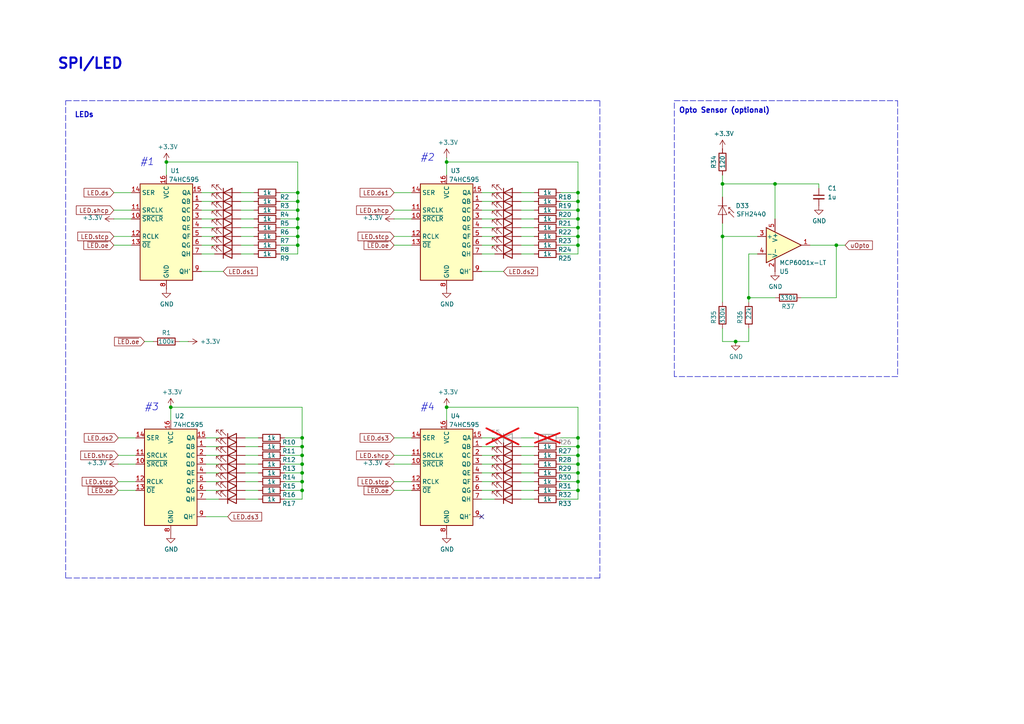
<source format=kicad_sch>
(kicad_sch (version 20250114) (generator "eeschema") (generator_version "9.0")
  (paper "A4")
  (title_block (title "LED base: Roco #44741") (date "2025-10-19") (rev "1") (company "Frank Schumacher") (comment 1 "D99a") (comment 2 "Prototype"))
  (lib_symbols
    (symbol "74xx:74HC595"
      (property "Reference" "U" (at -7.62 13.97 0))
      (property "Value" "74HC595" (at -7.62 -16.51 0))
      (symbol "74HC595_1_0"
        (pin input line (at -10.16 10.16 0) (length 2.54) (name "SER") (number "14"))
        (pin input line (at -10.16 5.08 0) (length 2.54) (name "SRCLK") (number "11"))
        (pin input line (at -10.16 2.54 0) (length 2.54) (name "~{SRCLR}") (number "10"))
        (pin input line (at -10.16 -2.54 0) (length 2.54) (name "RCLK") (number "12"))
        (pin input line (at -10.16 -5.08 0) (length 2.54) (name "~{OE}") (number "13"))
        (pin power_in line (at 0 15.24 270) (length 2.54) (name "VCC") (number "16"))
        (pin power_in line (at 0 -17.78 90) (length 2.54) (name "GND") (number "8"))
        (pin tri_state line (at 10.16 10.16 180) (length 2.54) (name "QA") (number "15"))
        (pin tri_state line (at 10.16 7.62 180) (length 2.54) (name "QB") (number "1"))
        (pin tri_state line (at 10.16 5.08 180) (length 2.54) (name "QC") (number "2"))
        (pin tri_state line (at 10.16 2.54 180) (length 2.54) (name "QD") (number "3"))
        (pin tri_state line (at 10.16 0 180) (length 2.54) (name "QE") (number "4"))
        (pin tri_state line (at 10.16 -2.54 180) (length 2.54) (name "QF") (number "5"))
        (pin tri_state line (at 10.16 -5.08 180) (length 2.54) (name "QG") (number "6"))
        (pin tri_state line (at 10.16 -7.62 180) (length 2.54) (name "QH") (number "7"))
        (pin output line (at 10.16 -12.7 180) (length 2.54) (name "QH'") (number "9"))
      )
      (symbol "74HC595_1_1"
        (rectangle (start -7.62 12.7) (end 7.62 -15.24) (stroke (width 0.254)) (fill (type background)))
      )
    )
    (symbol "Amplifier_Operational:MCP6001x-LT" (pin_names (offset 0.127))
      (property "Reference" "U" (at -1.27 6.35 0))
      (property "Value" "MCP6001x-LT" (at -1.27 3.81 0))
      (symbol "MCP6001x-LT_0_1"
        (polyline (pts (xy -5.08 5.08) (xy 5.08 0) (xy -5.08 -5.08) (xy -5.08 5.08)) (stroke (width 0.254)) (fill (type background)))
        (pin power_in line (at -2.54 7.62 270) (length 3.81) (name "V+") (number "5"))
        (pin power_in line (at -2.54 -7.62 90) (length 3.81) (name "V-") (number "2"))
      )
      (symbol "MCP6001x-LT_1_1"
        (pin input line (at -7.62 2.54 0) (length 2.54) (name "+") (number "3"))
        (pin input line (at -7.62 -2.54 0) (length 2.54) (name "-") (number "4"))
        (pin output line (at 7.62 0 180) (length 2.54) (name "~") (number "1"))
      )
    )
    (symbol "Device:C_Small" (pin_numbers (hide yes)) (pin_names (offset 0.254) (hide yes))
      (property "Reference" "C" (at 0.254 1.778 0))
      (property "Value" "C_Small" (at 0.254 -2.032 0))
      (symbol "C_Small_0_1"
        (polyline (pts (xy -1.524 0.508) (xy 1.524 0.508)) (stroke (width 0.3048)))
        (polyline (pts (xy -1.524 -0.508) (xy 1.524 -0.508)) (stroke (width 0.3302)))
      )
      (symbol "C_Small_1_1"
        (pin passive line (at 0 2.54 270) (length 2.032) (name "~") (number "1"))
        (pin passive line (at 0 -2.54 90) (length 2.032) (name "~") (number "2"))
      )
    )
    (symbol "Device:LED" (pin_numbers (hide yes)) (pin_names (offset 1.016) (hide yes))
      (property "Reference" "D" (at 0 2.54 0))
      (property "Value" "LED" (at 0 -2.54 0))
      (symbol "LED_0_1"
        (polyline (pts (xy -3.048 -0.762) (xy -4.572 -2.286) (xy -3.81 -2.286) (xy -4.572 -2.286) (xy -4.572 -1.524)))
        (polyline (pts (xy -1.778 -0.762) (xy -3.302 -2.286) (xy -2.54 -2.286) (xy -3.302 -2.286) (xy -3.302 -1.524)))
        (polyline (pts (xy -1.27 0) (xy 1.27 0)))
        (polyline (pts (xy -1.27 -1.27) (xy -1.27 1.27)) (stroke (width 0.254)))
        (polyline (pts (xy 1.27 -1.27) (xy 1.27 1.27) (xy -1.27 0) (xy 1.27 -1.27)) (stroke (width 0.254)))
      )
      (symbol "LED_1_1"
        (pin passive line (at -3.81 0 0) (length 2.54) (name "K") (number "1"))
        (pin passive line (at 3.81 0 180) (length 2.54) (name "A") (number "2"))
      )
    )
    (symbol "Device:R" (pin_numbers (hide yes)) (pin_names (offset 0))
      (property "Reference" "R" (at 2.032 0 90))
      (property "Value" "R" (at 0 0 90))
      (symbol "R_0_1"
        (rectangle (start -1.016 -2.54) (end 1.016 2.54) (stroke (width 0.254)))
      )
      (symbol "R_1_1"
        (pin passive line (at 0 3.81 270) (length 1.27) (name "~") (number "1"))
        (pin passive line (at 0 -3.81 90) (length 1.27) (name "~") (number "2"))
      )
    )
    (symbol "Sensor_Optical:SFH2440" (pin_numbers (hide yes)) (pin_names (offset 1.016) (hide yes))
      (property "Reference" "D" (at 0.508 1.778 0))
      (property "Value" "SFH2440" (at -1.016 -2.794 0))
      (symbol "SFH2440_0_1"
        (polyline (pts (xy -2.54 1.27) (xy -2.54 -1.27)) (stroke (width 0.1524)))
        (polyline (pts (xy -2.032 1.778) (xy -1.524 1.778)))
        (polyline (pts (xy -0.508 3.302) (xy -2.032 1.778) (xy -2.032 2.286)))
        (polyline (pts (xy 0 1.27) (xy -2.54 0) (xy 0 -1.27)))
        (polyline (pts (xy 0 0) (xy -2.54 0)))
        (polyline (pts (xy 0 -1.27) (xy 0 1.27)))
        (polyline (pts (xy 0.762 3.302) (xy -0.762 1.778) (xy -0.762 2.286) (xy -0.762 1.778) (xy -0.254 1.778)))
      )
      (symbol "SFH2440_1_1"
        (pin passive line (at -5.08 0 0) (length 2.54) (name "K") (number "1"))
        (pin passive line (at 2.54 0 180) (length 2.54) (name "A") (number "2"))
      )
    )
    (symbol "power:+3.3V" (power) (pin_numbers (hide yes)) (pin_names (offset 0) (hide yes))
      (property "Value" "+3.3V" (at 0 3.556 0))
      (symbol "+3.3V_0_1"
        (polyline (pts (xy -0.762 1.27) (xy 0 2.54)))
        (polyline (pts (xy 0 2.54) (xy 0.762 1.27)))
        (polyline (pts (xy 0 0) (xy 0 2.54)))
      )
      (symbol "+3.3V_1_1"
        (pin power_in line (at 0 0 90) (length 0) (name "~") (number "1"))
      )
    )
    (symbol "power:GND" (power) (pin_numbers (hide yes)) (pin_names (offset 0) (hide yes))
      (property "Value" "GND" (at 0 -3.81 0))
      (symbol "GND_0_1"
        (polyline (pts (xy 0 0) (xy 0 -1.27) (xy 1.27 -1.27) (xy 0 -2.54) (xy -1.27 -1.27) (xy 0 -1.27)))
      )
      (symbol "GND_1_1"
        (pin power_in line (at 0 0 270) (length 0) (name "~") (number "1"))
      )
    )
  )
  (text "#2" (at 121.92 46.99 0) (effects (font (size 2.0066 2.0066) (italic yes)) (justify left bottom)))
  (text "LEDs" (at 21.59 34.29 0) (effects (font (size 1.4986 1.4986) (thickness 0.2997) (bold yes)) (justify left bottom)))
  (text "#4" (at 121.92 119.38 0) (effects (font (size 2.0066 2.0066) (italic yes)) (justify left bottom)))
  (text "Opto Sensor (optional)" (at 196.85 33.02 0) (effects (font (size 1.4986 1.4986) (thickness 0.2997) (bold yes)) (justify left bottom)))
  (text "#1" (at 40.64 48.26 0) (effects (font (size 2.0066 2.0066) (italic yes)) (justify left bottom)))
  (text "#3" (at 41.91 119.38 0) (effects (font (size 2.0066 2.0066) (italic yes)) (justify left bottom)))
  (text "SPI/LED" (at 16.51 20.32 0) (effects (font (size 2.9972 2.9972) (thickness 0.5994) (bold yes)) (justify left bottom)))
  (junction (at 129.54 46.99))
  (junction (at 87.63 129.54))
  (junction (at 167.64 66.04))
  (junction (at 48.26 46.99))
  (junction (at 167.64 55.88))
  (junction (at 167.64 129.54))
  (junction (at 209.55 53.34))
  (junction (at 167.64 71.12))
  (junction (at 87.63 134.62))
  (junction (at 167.64 58.42))
  (junction (at 167.64 134.62))
  (junction (at 242.57 71.12))
  (junction (at 167.64 132.08))
  (junction (at 167.64 139.7))
  (junction (at 213.36 99.06))
  (junction (at 167.64 60.96))
  (junction (at 86.36 60.96))
  (junction (at 167.64 137.16))
  (junction (at 86.36 68.58))
  (junction (at 87.63 139.7))
  (junction (at 87.63 137.16))
  (junction (at 87.63 127))
  (junction (at 217.17 86.36))
  (junction (at 86.36 66.04))
  (junction (at 167.64 63.5))
  (junction (at 86.36 55.88))
  (junction (at 167.64 142.24))
  (junction (at 167.64 127))
  (junction (at 167.64 68.58))
  (junction (at 224.79 53.34))
  (junction (at 49.53 118.11))
  (junction (at 87.63 142.24))
  (junction (at 87.63 132.08))
  (junction (at 86.36 58.42))
  (junction (at 86.36 71.12))
  (junction (at 209.55 68.58))
  (junction (at 129.54 118.11))
  (junction (at 86.36 63.5))
  (no_connect (at 139.7 149.86))
  (wire (pts (xy 139.7 142.24) (xy 143.51 142.24)))
  (wire (pts (xy 59.69 149.86) (xy 66.04 149.86)))
  (wire (pts (xy 58.42 58.42) (xy 62.23 58.42)))
  (wire (pts (xy 59.69 137.16) (xy 63.5 137.16)))
  (wire (pts (xy 86.36 46.99) (xy 86.36 55.88)))
  (wire (pts (xy 34.29 127) (xy 39.37 127)))
  (wire (pts (xy 151.13 137.16) (xy 154.94 137.16)))
  (wire (pts (xy 162.56 127) (xy 167.64 127)))
  (wire (pts (xy 82.55 142.24) (xy 87.63 142.24)))
  (wire (pts (xy 58.42 78.74) (xy 64.77 78.74)))
  (wire (pts (xy 59.69 129.54) (xy 63.5 129.54)))
  (polyline (pts (xy 195.58 29.21) (xy 260.35 29.21)) (stroke (width 0) (type dash)))
  (wire (pts (xy 213.36 99.06) (xy 217.17 99.06)))
  (wire (pts (xy 69.85 63.5) (xy 73.66 63.5)))
  (wire (pts (xy 162.56 73.66) (xy 167.64 73.66)))
  (wire (pts (xy 87.63 139.7) (xy 87.63 142.24)))
  (wire (pts (xy 87.63 132.08) (xy 87.63 134.62)))
  (wire (pts (xy 114.3 68.58) (xy 119.38 68.58)))
  (wire (pts (xy 81.28 68.58) (xy 86.36 68.58)))
  (wire (pts (xy 69.85 73.66) (xy 73.66 73.66)))
  (wire (pts (xy 41.91 99.06) (xy 44.45 99.06)))
  (wire (pts (xy 82.55 144.78) (xy 87.63 144.78)))
  (wire (pts (xy 162.56 132.08) (xy 167.64 132.08)))
  (wire (pts (xy 86.36 63.5) (xy 86.36 66.04)))
  (wire (pts (xy 151.13 132.08) (xy 154.94 132.08)))
  (wire (pts (xy 162.56 129.54) (xy 167.64 129.54)))
  (wire (pts (xy 69.85 68.58) (xy 73.66 68.58)))
  (wire (pts (xy 81.28 60.96) (xy 86.36 60.96)))
  (wire (pts (xy 33.02 68.58) (xy 38.1 68.58)))
  (wire (pts (xy 34.29 142.24) (xy 39.37 142.24)))
  (wire (pts (xy 242.57 71.12) (xy 245.11 71.12)))
  (wire (pts (xy 49.53 118.11) (xy 87.63 118.11)))
  (wire (pts (xy 139.7 134.62) (xy 143.51 134.62)))
  (wire (pts (xy 139.7 63.5) (xy 143.51 63.5)))
  (wire (pts (xy 59.69 132.08) (xy 63.5 132.08)))
  (wire (pts (xy 162.56 60.96) (xy 167.64 60.96)))
  (wire (pts (xy 82.55 127) (xy 87.63 127)))
  (wire (pts (xy 71.12 142.24) (xy 74.93 142.24)))
  (wire (pts (xy 82.55 139.7) (xy 87.63 139.7)))
  (polyline (pts (xy 19.05 167.64) (xy 19.05 29.21)) (stroke (width 0) (type dash)))
  (wire (pts (xy 69.85 55.88) (xy 73.66 55.88)))
  (wire (pts (xy 86.36 55.88) (xy 86.36 58.42)))
  (wire (pts (xy 81.28 55.88) (xy 86.36 55.88)))
  (wire (pts (xy 33.02 60.96) (xy 38.1 60.96)))
  (wire (pts (xy 219.71 68.58) (xy 209.55 68.58)))
  (wire (pts (xy 151.13 55.88) (xy 154.94 55.88)))
  (polyline (pts (xy 19.05 29.21) (xy 173.99 29.21)) (stroke (width 0) (type dash)))
  (wire (pts (xy 162.56 139.7) (xy 167.64 139.7)))
  (wire (pts (xy 69.85 66.04) (xy 73.66 66.04)))
  (wire (pts (xy 139.7 66.04) (xy 143.51 66.04)))
  (wire (pts (xy 217.17 86.36) (xy 224.79 86.36)))
  (wire (pts (xy 151.13 68.58) (xy 154.94 68.58)))
  (wire (pts (xy 167.64 118.11) (xy 167.64 127)))
  (wire (pts (xy 217.17 73.66) (xy 217.17 86.36)))
  (wire (pts (xy 87.63 137.16) (xy 87.63 139.7)))
  (wire (pts (xy 209.55 68.58) (xy 209.55 64.77)))
  (wire (pts (xy 81.28 73.66) (xy 86.36 73.66)))
  (wire (pts (xy 69.85 60.96) (xy 73.66 60.96)))
  (wire (pts (xy 82.55 134.62) (xy 87.63 134.62)))
  (wire (pts (xy 242.57 86.36) (xy 242.57 71.12)))
  (wire (pts (xy 59.69 127) (xy 63.5 127)))
  (wire (pts (xy 58.42 73.66) (xy 62.23 73.66)))
  (wire (pts (xy 58.42 55.88) (xy 62.23 55.88)))
  (wire (pts (xy 82.55 137.16) (xy 87.63 137.16)))
  (wire (pts (xy 58.42 60.96) (xy 62.23 60.96)))
  (wire (pts (xy 167.64 66.04) (xy 167.64 68.58)))
  (wire (pts (xy 167.64 55.88) (xy 167.64 58.42)))
  (wire (pts (xy 162.56 142.24) (xy 167.64 142.24)))
  (wire (pts (xy 139.7 127) (xy 143.51 127)))
  (wire (pts (xy 71.12 139.7) (xy 74.93 139.7)))
  (wire (pts (xy 139.7 68.58) (xy 143.51 68.58)))
  (wire (pts (xy 87.63 118.11) (xy 87.63 127)))
  (wire (pts (xy 129.54 46.99) (xy 129.54 45.72)))
  (wire (pts (xy 167.64 46.99) (xy 167.64 55.88)))
  (wire (pts (xy 167.64 137.16) (xy 167.64 139.7)))
  (wire (pts (xy 59.69 144.78) (xy 63.5 144.78)))
  (wire (pts (xy 151.13 73.66) (xy 154.94 73.66)))
  (wire (pts (xy 114.3 71.12) (xy 119.38 71.12)))
  (wire (pts (xy 86.36 73.66) (xy 86.36 71.12)))
  (wire (pts (xy 114.3 139.7) (xy 119.38 139.7)))
  (wire (pts (xy 167.64 58.42) (xy 167.64 60.96)))
  (wire (pts (xy 129.54 46.99) (xy 167.64 46.99)))
  (wire (pts (xy 87.63 142.24) (xy 87.63 144.78)))
  (wire (pts (xy 162.56 63.5) (xy 167.64 63.5)))
  (wire (pts (xy 151.13 58.42) (xy 154.94 58.42)))
  (wire (pts (xy 114.3 127) (xy 119.38 127)))
  (wire (pts (xy 162.56 137.16) (xy 167.64 137.16)))
  (wire (pts (xy 58.42 68.58) (xy 62.23 68.58)))
  (wire (pts (xy 139.7 132.08) (xy 143.51 132.08)))
  (wire (pts (xy 151.13 60.96) (xy 154.94 60.96)))
  (wire (pts (xy 81.28 66.04) (xy 86.36 66.04)))
  (wire (pts (xy 167.64 68.58) (xy 167.64 71.12)))
  (wire (pts (xy 87.63 134.62) (xy 87.63 137.16)))
  (wire (pts (xy 151.13 66.04) (xy 154.94 66.04)))
  (wire (pts (xy 114.3 63.5) (xy 119.38 63.5)))
  (polyline (pts (xy 195.58 109.22) (xy 195.58 29.21)) (stroke (width 0) (type dash)))
  (wire (pts (xy 86.36 60.96) (xy 86.36 63.5)))
  (wire (pts (xy 151.13 142.24) (xy 154.94 142.24)))
  (wire (pts (xy 69.85 58.42) (xy 73.66 58.42)))
  (wire (pts (xy 209.55 53.34) (xy 209.55 57.15)))
  (wire (pts (xy 86.36 66.04) (xy 86.36 68.58)))
  (wire (pts (xy 87.63 129.54) (xy 87.63 132.08)))
  (wire (pts (xy 224.79 53.34) (xy 237.49 53.34)))
  (wire (pts (xy 114.3 132.08) (xy 119.38 132.08)))
  (wire (pts (xy 219.71 73.66) (xy 217.17 73.66)))
  (wire (pts (xy 209.55 99.06) (xy 213.36 99.06)))
  (wire (pts (xy 167.64 127) (xy 167.64 129.54)))
  (wire (pts (xy 209.55 95.25) (xy 209.55 99.06)))
  (wire (pts (xy 162.56 68.58) (xy 167.64 68.58)))
  (wire (pts (xy 167.64 134.62) (xy 167.64 137.16)))
  (wire (pts (xy 86.36 68.58) (xy 86.36 71.12)))
  (wire (pts (xy 151.13 134.62) (xy 154.94 134.62)))
  (wire (pts (xy 167.64 63.5) (xy 167.64 66.04)))
  (wire (pts (xy 162.56 134.62) (xy 167.64 134.62)))
  (wire (pts (xy 217.17 99.06) (xy 217.17 95.25)))
  (wire (pts (xy 81.28 58.42) (xy 86.36 58.42)))
  (wire (pts (xy 58.42 63.5) (xy 62.23 63.5)))
  (wire (pts (xy 167.64 132.08) (xy 167.64 134.62)))
  (polyline (pts (xy 173.99 167.64) (xy 19.05 167.64)) (stroke (width 0) (type dash)))
  (wire (pts (xy 81.28 63.5) (xy 86.36 63.5)))
  (wire (pts (xy 143.51 137.16) (xy 139.7 137.16)))
  (polyline (pts (xy 260.35 29.21) (xy 260.35 109.22)) (stroke (width 0) (type dash)))
  (wire (pts (xy 209.55 50.8) (xy 209.55 53.34)))
  (wire (pts (xy 167.64 139.7) (xy 167.64 142.24)))
  (wire (pts (xy 82.55 132.08) (xy 87.63 132.08)))
  (wire (pts (xy 49.53 121.92) (xy 49.53 118.11)))
  (wire (pts (xy 139.7 73.66) (xy 143.51 73.66)))
  (wire (pts (xy 151.13 71.12) (xy 154.94 71.12)))
  (wire (pts (xy 87.63 127) (xy 87.63 129.54)))
  (wire (pts (xy 151.13 144.78) (xy 154.94 144.78)))
  (wire (pts (xy 162.56 55.88) (xy 167.64 55.88)))
  (wire (pts (xy 34.29 132.08) (xy 39.37 132.08)))
  (wire (pts (xy 139.7 139.7) (xy 143.51 139.7)))
  (wire (pts (xy 139.7 58.42) (xy 143.51 58.42)))
  (wire (pts (xy 151.13 127) (xy 154.94 127)))
  (wire (pts (xy 58.42 66.04) (xy 62.23 66.04)))
  (wire (pts (xy 71.12 144.78) (xy 74.93 144.78)))
  (wire (pts (xy 71.12 132.08) (xy 74.93 132.08)))
  (wire (pts (xy 59.69 142.24) (xy 63.5 142.24)))
  (wire (pts (xy 71.12 129.54) (xy 74.93 129.54)))
  (wire (pts (xy 151.13 129.54) (xy 154.94 129.54)))
  (wire (pts (xy 114.3 134.62) (xy 119.38 134.62)))
  (wire (pts (xy 167.64 60.96) (xy 167.64 63.5)))
  (wire (pts (xy 209.55 68.58) (xy 209.55 87.63)))
  (wire (pts (xy 151.13 139.7) (xy 154.94 139.7)))
  (wire (pts (xy 71.12 137.16) (xy 74.93 137.16)))
  (wire (pts (xy 58.42 71.12) (xy 62.23 71.12)))
  (wire (pts (xy 167.64 142.24) (xy 167.64 144.78)))
  (wire (pts (xy 59.69 134.62) (xy 63.5 134.62)))
  (wire (pts (xy 33.02 71.12) (xy 38.1 71.12)))
  (wire (pts (xy 129.54 118.11) (xy 167.64 118.11)))
  (wire (pts (xy 167.64 129.54) (xy 167.64 132.08)))
  (wire (pts (xy 143.51 144.78) (xy 139.7 144.78)))
  (wire (pts (xy 114.3 55.88) (xy 119.38 55.88)))
  (wire (pts (xy 217.17 87.63) (xy 217.17 86.36)))
  (wire (pts (xy 167.64 71.12) (xy 167.64 73.66)))
  (wire (pts (xy 162.56 66.04) (xy 167.64 66.04)))
  (wire (pts (xy 242.57 71.12) (xy 234.95 71.12)))
  (wire (pts (xy 71.12 127) (xy 74.93 127)))
  (wire (pts (xy 129.54 121.92) (xy 129.54 118.11)))
  (wire (pts (xy 71.12 134.62) (xy 74.93 134.62)))
  (wire (pts (xy 114.3 60.96) (xy 119.38 60.96)))
  (wire (pts (xy 129.54 50.8) (xy 129.54 46.99)))
  (wire (pts (xy 139.7 129.54) (xy 143.51 129.54)))
  (wire (pts (xy 224.79 53.34) (xy 224.79 63.5)))
  (wire (pts (xy 48.26 46.99) (xy 86.36 46.99)))
  (wire (pts (xy 209.55 53.34) (xy 224.79 53.34)))
  (wire (pts (xy 82.55 129.54) (xy 87.63 129.54)))
  (wire (pts (xy 162.56 58.42) (xy 167.64 58.42)))
  (wire (pts (xy 139.7 55.88) (xy 143.51 55.88)))
  (wire (pts (xy 48.26 50.8) (xy 48.26 46.99)))
  (wire (pts (xy 139.7 78.74) (xy 146.05 78.74)))
  (wire (pts (xy 139.7 71.12) (xy 143.51 71.12)))
  (wire (pts (xy 81.28 71.12) (xy 86.36 71.12)))
  (wire (pts (xy 232.41 86.36) (xy 242.57 86.36)))
  (wire (pts (xy 151.13 63.5) (xy 154.94 63.5)))
  (wire (pts (xy 114.3 142.24) (xy 119.38 142.24)))
  (wire (pts (xy 59.69 139.7) (xy 63.5 139.7)))
  (wire (pts (xy 162.56 144.78) (xy 167.64 144.78)))
  (wire (pts (xy 34.29 134.62) (xy 39.37 134.62)))
  (wire (pts (xy 139.7 60.96) (xy 143.51 60.96)))
  (wire (pts (xy 33.02 55.88) (xy 38.1 55.88)))
  (wire (pts (xy 237.49 53.34) (xy 237.49 54.61)))
  (wire (pts (xy 34.29 139.7) (xy 39.37 139.7)))
  (wire (pts (xy 33.02 63.5) (xy 38.1 63.5)))
  (wire (pts (xy 69.85 71.12) (xy 73.66 71.12)))
  (wire (pts (xy 52.07 99.06) (xy 54.61 99.06)))
  (polyline (pts (xy 173.99 29.21) (xy 173.99 167.64)) (stroke (width 0) (type dash)))
  (wire (pts (xy 86.36 58.42) (xy 86.36 60.96)))
  (polyline (pts (xy 260.35 109.22) (xy 195.58 109.22)) (stroke (width 0) (type dash)))
  (wire (pts (xy 162.56 71.12) (xy 167.64 71.12)))
  (global_label "LED.ds1" (shape input) (at 114.3 55.88 180) (property "Intersheetrefs" "${INTERSHEET_REFS}" (effects (hide yes))))
  (global_label "LED.shcp" (shape input) (at 114.3 60.96 180) (property "Intersheetrefs" "${INTERSHEET_REFS}" (effects (hide yes))))
  (global_label "LED.shcp" (shape input) (at 33.02 60.96 180) (property "Intersheetrefs" "${INTERSHEET_REFS}" (effects (hide yes))))
  (global_label "LED.shcp" (shape input) (at 34.29 132.08 180) (property "Intersheetrefs" "${INTERSHEET_REFS}" (effects (hide yes))))
  (global_label "LED.ds3" (shape input) (at 66.04 149.86 0) (property "Intersheetrefs" "${INTERSHEET_REFS}" (effects (hide yes))))
  (global_label "LED.ds2" (shape input) (at 146.05 78.74 0) (property "Intersheetrefs" "${INTERSHEET_REFS}" (effects (hide yes))))
  (global_label "~{LED.oe}" (shape input) (at 114.3 142.24 180) (property "Intersheetrefs" "${INTERSHEET_REFS}" (effects (hide yes))))
  (global_label "LED.stcp" (shape input) (at 114.3 139.7 180) (property "Intersheetrefs" "${INTERSHEET_REFS}" (effects (hide yes))))
  (global_label "LED.stcp" (shape input) (at 34.29 139.7 180) (property "Intersheetrefs" "${INTERSHEET_REFS}" (effects (hide yes))))
  (global_label "LED.shcp" (shape input) (at 114.3 132.08 180) (property "Intersheetrefs" "${INTERSHEET_REFS}" (effects (hide yes))))
  (global_label "uOpto" (shape input) (at 245.11 71.12 0) (property "Intersheetrefs" "${INTERSHEET_REFS}" (effects (hide yes))))
  (global_label "LED.stcp" (shape input) (at 114.3 68.58 180) (property "Intersheetrefs" "${INTERSHEET_REFS}" (effects (hide yes))))
  (global_label "LED.ds1" (shape input) (at 64.77 78.74 0) (property "Intersheetrefs" "${INTERSHEET_REFS}" (effects (hide yes))))
  (global_label "~{LED.oe}" (shape input) (at 114.3 71.12 180) (property "Intersheetrefs" "${INTERSHEET_REFS}" (effects (hide yes))))
  (global_label "LED.stcp" (shape input) (at 33.02 68.58 180) (property "Intersheetrefs" "${INTERSHEET_REFS}" (effects (hide yes))))
  (global_label "LED.ds2" (shape input) (at 34.29 127 180) (property "Intersheetrefs" "${INTERSHEET_REFS}" (effects (hide yes))))
  (global_label "~{LED.oe}" (shape input) (at 34.29 142.24 180) (property "Intersheetrefs" "${INTERSHEET_REFS}" (effects (hide yes))))
  (global_label "~{LED.oe}" (shape input) (at 33.02 71.12 180) (property "Intersheetrefs" "${INTERSHEET_REFS}" (effects (hide yes))))
  (global_label "LED.ds3" (shape input) (at 114.3 127 180) (property "Intersheetrefs" "${INTERSHEET_REFS}" (effects (hide yes))))
  (global_label "LED.ds" (shape input) (at 33.02 55.88 180) (property "Intersheetrefs" "${INTERSHEET_REFS}" (effects (hide yes))))
  (global_label "~{LED.oe}" (shape input) (at 41.91 99.06 180) (property "Intersheetrefs" "${INTERSHEET_REFS}" (effects (hide yes))))
  (symbol (lib_id "Device:LED") (at 147.32 55.88 0) (mirror x) (unit 1)
    (property "Reference" "D17" (effects (hide yes)))
    (property "Value" "LED" (effects (hide yes)))
    (property "Footprint" "LED_SMD:LED_0603_1608Metric" (effects (hide yes)))
  )
  (symbol (lib_id "Device:R") (at 158.75 55.88 270) (unit 1)
    (property "Reference" "R18" (at 163.83 57.15 90))
    (property "Value" "1k" (at 158.75 55.88 90))
    (property "Footprint" "Resistor_SMD:R_0603_1608Metric" (effects (hide yes)))
    (property "Description" "-55℃~+155℃ 100mW 1kΩ 75V Thick Film Resistor ±1% ±100ppm/℃ 0603 Chip Resistor - Surface Mount ROHS" (effects (hide yes)))
    (property "JLCPCB" "C21190" (effects (hide yes)))
  )
  (symbol (lib_id "Device:LED") (at 147.32 58.42 0) (mirror x) (unit 1)
    (property "Reference" "D18" (effects (hide yes)))
    (property "Value" "LED" (effects (hide yes)))
    (property "Footprint" "LED_SMD:LED_0603_1608Metric" (effects (hide yes)))
  )
  (symbol (lib_id "Device:R") (at 158.75 58.42 270) (unit 1)
    (property "Reference" "R19" (at 163.83 59.69 90))
    (property "Value" "1k" (at 158.75 58.42 90))
    (property "Footprint" "Resistor_SMD:R_0603_1608Metric" (effects (hide yes)))
    (property "Description" "-55℃~+155℃ 100mW 1kΩ 75V Thick Film Resistor ±1% ±100ppm/℃ 0603 Chip Resistor - Surface Mount ROHS" (effects (hide yes)))
    (property "JLCPCB" "C21190" (effects (hide yes)))
  )
  (symbol (lib_id "Device:LED") (at 147.32 63.5 0) (mirror x) (unit 1)
    (property "Reference" "D20" (effects (hide yes)))
    (property "Value" "LED" (effects (hide yes)))
    (property "Footprint" "LED_SMD:LED_0603_1608Metric" (effects (hide yes)))
  )
  (symbol (lib_id "Device:R") (at 158.75 63.5 270) (unit 1)
    (property "Reference" "R21" (at 163.83 64.77 90))
    (property "Value" "1k" (at 158.75 63.5 90))
    (property "Footprint" "Resistor_SMD:R_0603_1608Metric" (effects (hide yes)))
    (property "Description" "-55℃~+155℃ 100mW 1kΩ 75V Thick Film Resistor ±1% ±100ppm/℃ 0603 Chip Resistor - Surface Mount ROHS" (effects (hide yes)))
    (property "JLCPCB" "C21190" (effects (hide yes)))
  )
  (symbol (lib_id "Device:LED") (at 147.32 60.96 0) (mirror x) (unit 1)
    (property "Reference" "D19" (effects (hide yes)))
    (property "Value" "LED" (effects (hide yes)))
    (property "Footprint" "LED_SMD:LED_0603_1608Metric" (effects (hide yes)))
  )
  (symbol (lib_id "Device:R") (at 158.75 60.96 270) (unit 1)
    (property "Reference" "R20" (at 163.83 62.23 90))
    (property "Value" "1k" (at 158.75 60.96 90))
    (property "Footprint" "Resistor_SMD:R_0603_1608Metric" (effects (hide yes)))
    (property "Description" "-55℃~+155℃ 100mW 1kΩ 75V Thick Film Resistor ±1% ±100ppm/℃ 0603 Chip Resistor - Surface Mount ROHS" (effects (hide yes)))
    (property "JLCPCB" "C21190" (effects (hide yes)))
  )
  (symbol (lib_id "Device:LED") (at 147.32 66.04 0) (mirror x) (unit 1)
    (property "Reference" "D21" (effects (hide yes)))
    (property "Value" "LED" (effects (hide yes)))
    (property "Footprint" "LED_SMD:LED_0603_1608Metric" (effects (hide yes)))
  )
  (symbol (lib_id "Device:R") (at 158.75 66.04 270) (unit 1)
    (property "Reference" "R22" (at 163.83 67.31 90))
    (property "Value" "1k" (at 158.75 66.04 90))
    (property "Footprint" "Resistor_SMD:R_0603_1608Metric" (effects (hide yes)))
    (property "Description" "-55℃~+155℃ 100mW 1kΩ 75V Thick Film Resistor ±1% ±100ppm/℃ 0603 Chip Resistor - Surface Mount ROHS" (effects (hide yes)))
    (property "JLCPCB" "C21190" (effects (hide yes)))
  )
  (symbol (lib_id "Device:LED") (at 147.32 68.58 0) (mirror x) (unit 1)
    (property "Reference" "D22" (effects (hide yes)))
    (property "Value" "LED" (effects (hide yes)))
    (property "Footprint" "LED_SMD:LED_0603_1608Metric" (effects (hide yes)))
  )
  (symbol (lib_id "Device:R") (at 158.75 68.58 270) (unit 1)
    (property "Reference" "R23" (at 163.83 69.85 90))
    (property "Value" "1k" (at 158.75 68.58 90))
    (property "Footprint" "Resistor_SMD:R_0603_1608Metric" (effects (hide yes)))
    (property "Description" "-55℃~+155℃ 100mW 1kΩ 75V Thick Film Resistor ±1% ±100ppm/℃ 0603 Chip Resistor - Surface Mount ROHS" (effects (hide yes)))
    (property "JLCPCB" "C21190" (effects (hide yes)))
  )
  (symbol (lib_id "Device:LED") (at 147.32 71.12 0) (mirror x) (unit 1)
    (property "Reference" "D23" (effects (hide yes)))
    (property "Value" "LED" (effects (hide yes)))
    (property "Footprint" "LED_SMD:LED_0603_1608Metric" (effects (hide yes)))
  )
  (symbol (lib_id "Device:R") (at 158.75 71.12 270) (unit 1)
    (property "Reference" "R24" (at 163.83 72.39 90))
    (property "Value" "1k" (at 158.75 71.12 90))
    (property "Footprint" "Resistor_SMD:R_0603_1608Metric" (effects (hide yes)))
    (property "Description" "-55℃~+155℃ 100mW 1kΩ 75V Thick Film Resistor ±1% ±100ppm/℃ 0603 Chip Resistor - Surface Mount ROHS" (effects (hide yes)))
    (property "JLCPCB" "C21190" (effects (hide yes)))
  )
  (symbol (lib_id "Device:LED") (at 147.32 73.66 0) (mirror x) (unit 1)
    (property "Reference" "D24" (effects (hide yes)))
    (property "Value" "LED" (effects (hide yes)))
    (property "Footprint" "LED_SMD:LED_0603_1608Metric" (effects (hide yes)))
  )
  (symbol (lib_id "Device:R") (at 158.75 73.66 270) (unit 1)
    (property "Reference" "R25" (at 163.83 74.93 90))
    (property "Value" "1k" (at 158.75 73.66 90))
    (property "Footprint" "Resistor_SMD:R_0603_1608Metric" (effects (hide yes)))
    (property "Description" "-55℃~+155℃ 100mW 1kΩ 75V Thick Film Resistor ±1% ±100ppm/℃ 0603 Chip Resistor - Surface Mount ROHS" (effects (hide yes)))
    (property "JLCPCB" "C21190" (effects (hide yes)))
  )
  (symbol (lib_id "74xx:74HC595") (at 48.26 66.04 0) (unit 1)
    (property "Reference" "U1" (at 50.8 49.53 0))
    (property "Value" "74HC595" (at 53.34 52.07 0))
    (property "Footprint" "RTB:74HC595BQ115" (effects (hide yes)))
    (property "Datasheet" "http://www.ti.com/lit/ds/symlink/sn74hc595.pdf" (effects (hide yes)))
    (property "Description" "-40℃~+125℃ 19ns@4.5V,50pF 2V~6V 74HC 8 Serial-to-Serial or Parallel Tri-State DHVQFN-16-EP(2.5x3.5) Shift Registers ROHS" (effects (hide yes)))
    (property "LCSC Part #" "C730243" (effects (hide yes)))
  )
  (symbol (lib_id "74xx:74HC595") (at 49.53 137.16 0) (unit 1)
    (property "Reference" "U2" (at 52.07 120.65 0))
    (property "Value" "74HC595" (at 54.61 123.19 0))
    (property "Footprint" "RTB:74HC595BQ115" (effects (hide yes)))
    (property "Datasheet" "http://www.ti.com/lit/ds/symlink/sn74hc595.pdf" (effects (hide yes)))
    (property "Description" "-40℃~+125℃ 19ns@4.5V,50pF 2V~6V 74HC 8 Serial-to-Serial or Parallel Tri-State DHVQFN-16-EP(2.5x3.5) Shift Registers ROHS" (effects (hide yes)))
    (property "LCSC Part #" "C730243" (effects (hide yes)))
  )
  (symbol (lib_id "74xx:74HC595") (at 129.54 137.16 0) (unit 1)
    (property "Reference" "U4" (at 132.08 120.65 0))
    (property "Value" "74HC595" (at 134.62 123.19 0))
    (property "Footprint" "RTB:74HC595BQ115" (effects (hide yes)))
    (property "Datasheet" "http://www.ti.com/lit/ds/symlink/sn74hc595.pdf" (effects (hide yes)))
    (property "Description" "-40℃~+125℃ 19ns@4.5V,50pF 2V~6V 74HC 8 Serial-to-Serial or Parallel Tri-State DHVQFN-16-EP(2.5x3.5) Shift Registers ROHS" (effects (hide yes)))
    (property "LCSC Part #" "C730243" (effects (hide yes)))
  )
  (symbol (lib_id "74xx:74HC595") (at 129.54 66.04 0) (unit 1)
    (property "Reference" "U3" (at 132.08 49.53 0))
    (property "Value" "74HC595" (at 134.62 52.07 0))
    (property "Footprint" "RTB:74HC595BQ115" (effects (hide yes)))
    (property "Datasheet" "http://www.ti.com/lit/ds/symlink/sn74hc595.pdf" (effects (hide yes)))
    (property "Description" "-40℃~+125℃ 19ns@4.5V,50pF 2V~6V 74HC 8 Serial-to-Serial or Parallel Tri-State DHVQFN-16-EP(2.5x3.5) Shift Registers ROHS" (effects (hide yes)))
    (property "LCSC Part #" "C730243" (effects (hide yes)))
  )
  (symbol (lib_id "power:+3.3V") (at 48.26 46.99 0) (unit 1)
    (property "Reference" "#PWR0105" (effects (hide yes)))
    (property "Value" "+3.3V" (at 48.641 42.5958 0))
  )
  (symbol (lib_id "power:+3.3V") (at 33.02 63.5 90) (unit 1)
    (property "Reference" "#PWR0106" (effects (hide yes)))
    (property "Value" "+3.3V" (at 29.7688 63.119 90) (effects (justify left)))
  )
  (symbol (lib_id "Device:LED") (at 66.04 60.96 0) (mirror x) (unit 1)
    (property "Reference" "D3" (effects (hide yes)))
    (property "Value" "LED" (effects (hide yes)))
    (property "Footprint" "LED_SMD:LED_1206_3216Metric" (effects (hide yes)))
  )
  (symbol (lib_id "Device:R") (at 77.47 60.96 270) (unit 1)
    (property "Reference" "R4" (at 82.55 62.23 90))
    (property "Value" "1k" (at 77.47 60.96 90))
    (property "Footprint" "Resistor_SMD:R_0603_1608Metric" (effects (hide yes)))
    (property "Description" "-55℃~+155℃ 100mW 1kΩ 75V Thick Film Resistor ±1% ±100ppm/℃ 0603 Chip Resistor - Surface Mount ROHS" (effects (hide yes)))
    (property "JLCPCB" "C21190" (effects (hide yes)))
  )
  (symbol (lib_id "Device:LED") (at 66.04 63.5 0) (mirror x) (unit 1)
    (property "Reference" "D4" (effects (hide yes)))
    (property "Value" "LED" (effects (hide yes)))
    (property "Footprint" "LED_SMD:LED_0603_1608Metric" (effects (hide yes)))
  )
  (symbol (lib_id "Device:R") (at 77.47 63.5 270) (unit 1)
    (property "Reference" "R5" (at 82.55 64.77 90))
    (property "Value" "1k" (at 77.47 63.5 90))
    (property "Footprint" "Resistor_SMD:R_0603_1608Metric" (effects (hide yes)))
    (property "Description" "-55℃~+155℃ 100mW 1kΩ 75V Thick Film Resistor ±1% ±100ppm/℃ 0603 Chip Resistor - Surface Mount ROHS" (effects (hide yes)))
    (property "JLCPCB" "C21190" (effects (hide yes)))
  )
  (symbol (lib_id "Device:LED") (at 66.04 66.04 0) (mirror x) (unit 1)
    (property "Reference" "D5" (effects (hide yes)))
    (property "Value" "LED" (effects (hide yes)))
    (property "Footprint" "LED_SMD:LED_0603_1608Metric" (effects (hide yes)))
  )
  (symbol (lib_id "Device:R") (at 77.47 66.04 270) (unit 1)
    (property "Reference" "R6" (at 82.55 67.31 90))
    (property "Value" "1k" (at 77.47 66.04 90))
    (property "Footprint" "Resistor_SMD:R_0603_1608Metric" (effects (hide yes)))
    (property "Description" "-55℃~+155℃ 100mW 1kΩ 75V Thick Film Resistor ±1% ±100ppm/℃ 0603 Chip Resistor - Surface Mount ROHS" (effects (hide yes)))
    (property "JLCPCB" "C21190" (effects (hide yes)))
  )
  (symbol (lib_id "Device:LED") (at 66.04 71.12 0) (mirror x) (unit 1)
    (property "Reference" "D6" (effects (hide yes)))
    (property "Value" "LED" (effects (hide yes)))
    (property "Footprint" "LED_SMD:LED_1206_3216Metric" (effects (hide yes)))
  )
  (symbol (lib_id "Device:R") (at 77.47 68.58 270) (unit 1)
    (property "Reference" "R7" (at 82.55 69.85 90))
    (property "Value" "1k" (at 77.47 68.58 90))
    (property "Footprint" "Resistor_SMD:R_0603_1608Metric" (effects (hide yes)))
    (property "Description" "-55℃~+155℃ 100mW 1kΩ 75V Thick Film Resistor ±1% ±100ppm/℃ 0603 Chip Resistor - Surface Mount ROHS" (effects (hide yes)))
    (property "JLCPCB" "C21190" (effects (hide yes)))
  )
  (symbol (lib_id "Device:LED") (at 66.04 68.58 0) (mirror x) (unit 1)
    (property "Reference" "D7" (effects (hide yes)))
    (property "Value" "LED" (effects (hide yes)))
    (property "Footprint" "LED_SMD:LED_0603_1608Metric" (effects (hide yes)))
  )
  (symbol (lib_id "Device:R") (at 77.47 71.12 270) (unit 1)
    (property "Reference" "R8" (at 82.55 72.39 90))
    (property "Value" "1k" (at 77.47 71.12 90))
    (property "Footprint" "Resistor_SMD:R_0603_1608Metric" (effects (hide yes)))
    (property "Description" "-55℃~+155℃ 100mW 1kΩ 75V Thick Film Resistor ±1% ±100ppm/℃ 0603 Chip Resistor - Surface Mount ROHS" (effects (hide yes)))
    (property "JLCPCB" "C21190" (effects (hide yes)))
  )
  (symbol (lib_id "Device:LED") (at 66.04 55.88 0) (mirror x) (unit 1)
    (property "Reference" "D1" (effects (hide yes)))
    (property "Value" "LED" (effects (hide yes)))
    (property "Footprint" "LED_SMD:LED_0603_1608Metric" (effects (hide yes)))
  )
  (symbol (lib_id "Device:R") (at 77.47 55.88 270) (unit 1)
    (property "Reference" "R2" (at 82.55 57.15 90))
    (property "Value" "1k" (at 77.47 55.88 90))
    (property "Footprint" "Resistor_SMD:R_0603_1608Metric" (effects (hide yes)))
    (property "Description" "-55℃~+155℃ 100mW 1kΩ 75V Thick Film Resistor ±1% ±100ppm/℃ 0603 Chip Resistor - Surface Mount ROHS" (effects (hide yes)))
    (property "JLCPCB" "C21190" (effects (hide yes)))
  )
  (symbol (lib_id "power:GND") (at 129.54 83.82 0) (unit 1)
    (property "Reference" "#PWR0101" (effects (hide yes)))
    (property "Value" "GND" (at 129.667 88.2142 0))
  )
  (symbol (lib_id "power:GND") (at 129.54 154.94 0) (unit 1)
    (property "Reference" "#PWR0102" (effects (hide yes)))
    (property "Value" "GND" (at 129.667 159.3342 0))
  )
  (symbol (lib_id "power:GND") (at 49.53 154.94 0) (unit 1)
    (property "Reference" "#PWR0103" (effects (hide yes)))
    (property "Value" "GND" (at 49.657 159.3342 0))
  )
  (symbol (lib_id "power:GND") (at 48.26 83.82 0) (unit 1)
    (property "Reference" "#PWR0104" (effects (hide yes)))
    (property "Value" "GND" (at 48.387 88.2142 0))
  )
  (symbol (lib_id "Device:C_Small") (at 237.49 57.15 0) (unit 1)
    (property "Reference" "C1" (at 240.03 54.61 0) (effects (justify left)))
    (property "Value" "1u" (at 240.03 57.15 0) (effects (justify left)))
    (property "Footprint" "Capacitor_SMD:C_0402_1005Metric" (effects (hide yes)))
  )
  (symbol (lib_id "Device:R") (at 209.55 46.99 180) (unit 1)
    (property "Reference" "R34" (at 207.01 46.99 90))
    (property "Value" "120" (at 209.55 46.99 90))
    (property "Footprint" "Resistor_SMD:R_0402_1005Metric" (effects (hide yes)))
    (property "Description" "-55℃~+155℃ 120Ω 50V 62.5mW Thick Film Resistor ±1% ±100ppm/℃ 0402 Chip Resistor - Surface Mount ROHS" (effects (hide yes)))
    (property "JLCPCB" "C25079" (effects (hide yes)))
  )
  (symbol (lib_id "Device:LED") (at 67.31 127 0) (mirror x) (unit 1)
    (property "Reference" "D9" (effects (hide yes)))
    (property "Value" "LED" (effects (hide yes)))
    (property "Footprint" "LED_SMD:LED_0603_1608Metric" (effects (hide yes)))
  )
  (symbol (lib_id "Device:R") (at 78.74 127 270) (unit 1)
    (property "Reference" "R10" (at 83.82 128.27 90))
    (property "Value" "1k" (at 78.74 127 90))
    (property "Footprint" "Resistor_SMD:R_0603_1608Metric" (effects (hide yes)))
    (property "Description" "-55℃~+155℃ 100mW 1kΩ 75V Thick Film Resistor ±1% ±100ppm/℃ 0603 Chip Resistor - Surface Mount ROHS" (effects (hide yes)))
    (property "JLCPCB" "C21190" (effects (hide yes)))
  )
  (symbol (lib_id "Device:LED") (at 67.31 129.54 0) (mirror x) (unit 1)
    (property "Reference" "D10" (effects (hide yes)))
    (property "Value" "LED" (effects (hide yes)))
    (property "Footprint" "LED_SMD:LED_0603_1608Metric" (effects (hide yes)))
  )
  (symbol (lib_id "Device:R") (at 78.74 129.54 270) (unit 1)
    (property "Reference" "R11" (at 83.82 130.81 90))
    (property "Value" "1k" (at 78.74 129.54 90))
    (property "Footprint" "Resistor_SMD:R_0603_1608Metric" (effects (hide yes)))
    (property "Description" "-55℃~+155℃ 100mW 1kΩ 75V Thick Film Resistor ±1% ±100ppm/℃ 0603 Chip Resistor - Surface Mount ROHS" (effects (hide yes)))
    (property "JLCPCB" "C21190" (effects (hide yes)))
  )
  (symbol (lib_id "Device:LED") (at 67.31 132.08 0) (mirror x) (unit 1)
    (property "Reference" "D11" (effects (hide yes)))
    (property "Value" "LED" (effects (hide yes)))
    (property "Footprint" "LED_SMD:LED_0603_1608Metric" (effects (hide yes)))
  )
  (symbol (lib_id "Device:R") (at 78.74 132.08 270) (unit 1)
    (property "Reference" "R12" (at 83.82 133.35 90))
    (property "Value" "1k" (at 78.74 132.08 90))
    (property "Footprint" "Resistor_SMD:R_0603_1608Metric" (effects (hide yes)))
    (property "Description" "-55℃~+155℃ 100mW 1kΩ 75V Thick Film Resistor ±1% ±100ppm/℃ 0603 Chip Resistor - Surface Mount ROHS" (effects (hide yes)))
    (property "JLCPCB" "C21190" (effects (hide yes)))
  )
  (symbol (lib_id "Device:LED") (at 67.31 134.62 0) (mirror x) (unit 1)
    (property "Reference" "D12" (effects (hide yes)))
    (property "Value" "LED" (effects (hide yes)))
    (property "Footprint" "LED_SMD:LED_0603_1608Metric" (effects (hide yes)))
  )
  (symbol (lib_id "Device:R") (at 78.74 134.62 270) (unit 1)
    (property "Reference" "R13" (at 83.82 135.89 90))
    (property "Value" "1k" (at 78.74 134.62 90))
    (property "Footprint" "Resistor_SMD:R_0603_1608Metric" (effects (hide yes)))
    (property "Description" "-55℃~+155℃ 100mW 1kΩ 75V Thick Film Resistor ±1% ±100ppm/℃ 0603 Chip Resistor - Surface Mount ROHS" (effects (hide yes)))
    (property "JLCPCB" "C21190" (effects (hide yes)))
  )
  (symbol (lib_id "Device:LED") (at 67.31 137.16 0) (mirror x) (unit 1)
    (property "Reference" "D13" (effects (hide yes)))
    (property "Value" "LED" (effects (hide yes)))
    (property "Footprint" "LED_SMD:LED_0603_1608Metric" (effects (hide yes)))
  )
  (symbol (lib_id "Device:R") (at 78.74 137.16 270) (unit 1)
    (property "Reference" "R14" (at 83.82 138.43 90))
    (property "Value" "1k" (at 78.74 137.16 90))
    (property "Footprint" "Resistor_SMD:R_0603_1608Metric" (effects (hide yes)))
    (property "Description" "-55℃~+155℃ 100mW 1kΩ 75V Thick Film Resistor ±1% ±100ppm/℃ 0603 Chip Resistor - Surface Mount ROHS" (effects (hide yes)))
    (property "JLCPCB" "C21190" (effects (hide yes)))
  )
  (symbol (lib_id "Device:LED") (at 67.31 139.7 0) (mirror x) (unit 1)
    (property "Reference" "D14" (effects (hide yes)))
    (property "Value" "LED" (effects (hide yes)))
    (property "Footprint" "LED_SMD:LED_0603_1608Metric" (effects (hide yes)))
  )
  (symbol (lib_id "Device:R") (at 78.74 139.7 270) (unit 1)
    (property "Reference" "R15" (at 83.82 140.97 90))
    (property "Value" "1k" (at 78.74 139.7 90))
    (property "Footprint" "Resistor_SMD:R_0603_1608Metric" (effects (hide yes)))
    (property "Description" "-55℃~+155℃ 100mW 1kΩ 75V Thick Film Resistor ±1% ±100ppm/℃ 0603 Chip Resistor - Surface Mount ROHS" (effects (hide yes)))
    (property "JLCPCB" "C21190" (effects (hide yes)))
  )
  (symbol (lib_id "Device:LED") (at 67.31 142.24 0) (mirror x) (unit 1)
    (property "Reference" "D15" (effects (hide yes)))
    (property "Value" "LED" (effects (hide yes)))
    (property "Footprint" "LED_SMD:LED_0603_1608Metric" (effects (hide yes)))
  )
  (symbol (lib_id "Device:R") (at 78.74 142.24 270) (unit 1)
    (property "Reference" "R16" (at 83.82 143.51 90))
    (property "Value" "1k" (at 78.74 142.24 90))
    (property "Footprint" "Resistor_SMD:R_0603_1608Metric" (effects (hide yes)))
    (property "Description" "-55℃~+155℃ 100mW 1kΩ 75V Thick Film Resistor ±1% ±100ppm/℃ 0603 Chip Resistor - Surface Mount ROHS" (effects (hide yes)))
    (property "JLCPCB" "C21190" (effects (hide yes)))
  )
  (symbol (lib_id "Device:LED") (at 67.31 144.78 0) (mirror x) (unit 1)
    (property "Reference" "D16" (effects (hide yes)))
    (property "Value" "LED" (effects (hide yes)))
    (property "Footprint" "LED_SMD:LED_0603_1608Metric" (effects (hide yes)))
  )
  (symbol (lib_id "Device:R") (at 78.74 144.78 270) (unit 1)
    (property "Reference" "R17" (at 83.82 146.05 90))
    (property "Value" "1k" (at 78.74 144.78 90))
    (property "Footprint" "Resistor_SMD:R_0603_1608Metric" (effects (hide yes)))
    (property "Description" "-55℃~+155℃ 100mW 1kΩ 75V Thick Film Resistor ±1% ±100ppm/℃ 0603 Chip Resistor - Surface Mount ROHS" (effects (hide yes)))
    (property "JLCPCB" "C21190" (effects (hide yes)))
  )
  (symbol (lib_id "power:GND") (at 237.49 59.69 0) (unit 1)
    (property "Reference" "#PWR0116" (effects (hide yes)))
    (property "Value" "GND" (at 237.617 64.0842 0))
  )
  (symbol (lib_id "power:+3.3V") (at 49.53 118.11 0) (unit 1)
    (property "Reference" "#PWR0113" (effects (hide yes)))
    (property "Value" "+3.3V" (at 49.911 113.7158 0))
  )
  (symbol (lib_id "Sensor_Optical:SFH2440") (at 209.55 62.23 270) (unit 1)
    (property "Reference" "D33" (at 213.36 59.69 90) (effects (justify left)))
    (property "Value" "SFH2440" (at 213.5632 62.103 90) (effects (justify left)))
    (property "Footprint" "OptoDevice:Osram_SFH2440" (effects (hide yes)))
    (property "Datasheet" "http://www.osram-os.com/Graphics/XPic2/00231367_0.pdf/SFH%202440.pdf" (effects (hide yes)))
    (property "Description" "-40℃~+100℃ 150mW 16V 400nm~690nm 5nA 60° 620nm SMD Photodiodes ROHS" (effects (hide yes)))
    (property "LCSC Part #" "C2900227" (effects (hide yes)))
  )
  (symbol (lib_id "Amplifier_Operational:MCP6001x-LT") (at 227.33 71.12 0) (unit 1)
    (property "Reference" "U5" (at 226.06 78.74 0) (effects (justify left)))
    (property "Value" "MCP6001x-LT" (at 226.06 76.2 0) (effects (justify left)))
    (property "Footprint" "Package_TO_SOT_SMD:SOT-23-5" (effects (hide yes)))
    (property "Datasheet" "http://ww1.microchip.com/downloads/en/DeviceDoc/21733j.pdf" (effects (hide yes)))
  )
  (symbol (lib_id "Device:R") (at 228.6 86.36 270) (unit 1)
    (property "Reference" "R37" (at 228.6 88.9 90))
    (property "Value" "330k" (at 228.6 86.36 90))
    (property "Footprint" "Resistor_SMD:R_0402_1005Metric" (effects (hide yes)))
    (property "Description" "-55℃~+155℃ 330kΩ 50V 62.5mW Thick Film Resistor ±1% ±100ppm/℃ 0402 Chip Resistor - Surface Mount ROHS" (effects (hide yes)))
    (property "LCSC Part #" "C25778" (effects (hide yes)))
  )
  (symbol (lib_id "Device:LED") (at 147.32 134.62 0) (mirror x) (unit 1)
    (property "Reference" "D29" (effects (hide yes)))
    (property "Value" "LED" (effects (hide yes)))
    (property "Footprint" "LED_SMD:LED_0603_1608Metric" (effects (hide yes)))
  )
  (symbol (lib_id "Device:R") (at 158.75 137.16 270) (unit 1)
    (property "Reference" "R30" (at 163.83 138.43 90))
    (property "Value" "1k" (at 158.75 137.16 90))
    (property "Footprint" "Resistor_SMD:R_0603_1608Metric" (effects (hide yes)))
    (property "Description" "-55℃~+155℃ 100mW 1kΩ 75V Thick Film Resistor ±1% ±100ppm/℃ 0603 Chip Resistor - Surface Mount ROHS" (effects (hide yes)))
    (property "JLCPCB" "C21190" (effects (hide yes)))
  )
  (symbol (lib_id "Device:LED") (at 147.32 142.24 0) (mirror x) (unit 1)
    (property "Reference" "D31" (effects (hide yes)))
    (property "Value" "LED" (effects (hide yes)))
    (property "Footprint" "LED_SMD:LED_0603_1608Metric" (effects (hide yes)))
  )
  (symbol (lib_id "Device:R") (at 158.75 142.24 270) (unit 1)
    (property "Reference" "R32" (at 163.83 143.51 90))
    (property "Value" "1k" (at 158.75 142.24 90))
    (property "Footprint" "Resistor_SMD:R_0603_1608Metric" (effects (hide yes)))
    (property "Description" "-55℃~+155℃ 100mW 1kΩ 75V Thick Film Resistor ±1% ±100ppm/℃ 0603 Chip Resistor - Surface Mount ROHS" (effects (hide yes)))
    (property "JLCPCB" "C21190" (effects (hide yes)))
  )
  (symbol (lib_id "Device:LED") (at 147.32 144.78 0) (mirror x) (unit 1)
    (property "Reference" "D32" (effects (hide yes)))
    (property "Value" "LED" (effects (hide yes)))
    (property "Footprint" "LED_SMD:LED_0603_1608Metric" (effects (hide yes)))
  )
  (symbol (lib_id "Device:R") (at 158.75 144.78 270) (unit 1)
    (property "Reference" "R33" (at 163.83 146.05 90))
    (property "Value" "1k" (at 158.75 144.78 90))
    (property "Footprint" "Resistor_SMD:R_0603_1608Metric" (effects (hide yes)))
    (property "Description" "-55℃~+155℃ 100mW 1kΩ 75V Thick Film Resistor ±1% ±100ppm/℃ 0603 Chip Resistor - Surface Mount ROHS" (effects (hide yes)))
    (property "JLCPCB" "C21190" (effects (hide yes)))
  )
  (symbol (lib_id "Device:LED") (at 147.32 129.54 0) (mirror x) (unit 1)
    (property "Reference" "D26" (effects (hide yes)))
    (property "Value" "LED" (effects (hide yes)))
    (property "Footprint" "LED_SMD:LED_1206_3216Metric" (effects (hide yes)))
  )
  (symbol (lib_id "Device:R") (at 158.75 129.54 270) (unit 1)
    (property "Reference" "R27" (at 163.83 130.81 90))
    (property "Value" "1k" (at 158.75 129.54 90))
    (property "Footprint" "Resistor_SMD:R_0603_1608Metric" (effects (hide yes)))
    (property "Description" "-55℃~+155℃ 100mW 1kΩ 75V Thick Film Resistor ±1% ±100ppm/℃ 0603 Chip Resistor - Surface Mount ROHS" (effects (hide yes)))
    (property "JLCPCB" "C21190" (effects (hide yes)))
  )
  (symbol (lib_id "Device:R") (at 209.55 91.44 180) (unit 1)
    (property "Reference" "R35" (at 207.01 93.98 90) (effects (justify right)))
    (property "Value" "330k" (at 209.55 93.98 90) (effects (justify right)))
    (property "Footprint" "Resistor_SMD:R_0402_1005Metric" (effects (hide yes)))
    (property "Description" "-55℃~+155℃ 330kΩ 50V 62.5mW Thick Film Resistor ±1% ±100ppm/℃ 0402 Chip Resistor - Surface Mount ROHS" (effects (hide yes)))
    (property "LCSC Part #" "C25778" (effects (hide yes)))
  )
  (symbol (lib_id "Device:R") (at 217.17 91.44 180) (unit 1)
    (property "Reference" "R36" (at 214.63 93.98 90) (effects (justify right)))
    (property "Value" "22k" (at 217.17 92.71 90) (effects (justify right)))
    (property "Footprint" "Resistor_SMD:R_0402_1005Metric" (effects (hide yes)))
    (property "Description" "-55℃~+155℃ 22kΩ 50V 62.5mW Thick Film Resistor ±1% ±100ppm/℃ 0402 Chip Resistor - Surface Mount ROHS" (effects (hide yes)))
    (property "LCSC Part #" "C25768" (effects (hide yes)))
  )
  (symbol (lib_id "power:GND") (at 213.36 99.06 0) (unit 1)
    (property "Reference" "#PWR0107" (effects (hide yes)))
    (property "Value" "GND" (at 213.487 103.4542 0))
  )
  (symbol (lib_id "power:+3.3V") (at 209.55 43.18 0) (unit 1)
    (property "Reference" "#PWR0108" (effects (hide yes)))
    (property "Value" "+3.3V" (at 209.931 38.7858 0))
  )
  (symbol (lib_id "power:+3.3V") (at 129.54 118.11 0) (unit 1)
    (property "Reference" "#PWR0114" (effects (hide yes)))
    (property "Value" "+3.3V" (at 129.921 113.7158 0))
  )
  (symbol (lib_id "power:+3.3V") (at 114.3 63.5 90) (unit 1)
    (property "Reference" "#PWR0109" (effects (hide yes)))
    (property "Value" "+3.3V" (at 111.0488 63.119 90) (effects (justify left)))
  )
  (symbol (lib_id "power:+3.3V") (at 129.54 45.72 0) (unit 1)
    (property "Reference" "#PWR0110" (effects (hide yes)))
    (property "Value" "+3.3V" (at 129.921 41.3258 0))
  )
  (symbol (lib_id "power:+3.3V") (at 34.29 134.62 90) (unit 1)
    (property "Reference" "#PWR0111" (effects (hide yes)))
    (property "Value" "+3.3V" (at 31.0388 134.239 90) (effects (justify left)))
  )
  (symbol (lib_id "power:+3.3V") (at 114.3 134.62 90) (unit 1)
    (property "Reference" "#PWR0112" (effects (hide yes)))
    (property "Value" "+3.3V" (at 111.0488 134.239 90) (effects (justify left)))
  )
  (symbol (lib_id "power:GND") (at 224.79 78.74 0) (unit 1)
    (property "Reference" "#PWR0115" (effects (hide yes)))
    (property "Value" "GND" (at 224.917 83.1342 0))
  )
  (symbol (lib_id "Device:R") (at 48.26 99.06 270) (unit 1)
    (property "Reference" "R1" (at 48.26 96.52 90))
    (property "Value" "100k" (at 48.26 99.06 90))
    (property "Footprint" "Resistor_SMD:R_0603_1608Metric" (effects (hide yes)))
  )
  (symbol (lib_id "power:+3.3V") (at 54.61 99.06 270) (unit 1)
    (property "Reference" "#PWR0117" (effects (hide yes)))
    (property "Value" "+3.3V" (at 60.96 99.06 90))
  )
  (symbol (lib_id "Device:LED") (at 66.04 58.42 0) (mirror x) (unit 1)
    (property "Reference" "D2" (effects (hide yes)))
    (property "Value" "LED" (effects (hide yes)))
    (property "Footprint" "LED_SMD:LED_0603_1608Metric" (effects (hide yes)))
  )
  (symbol (lib_id "Device:LED") (at 66.04 73.66 0) (mirror x) (unit 1)
    (property "Reference" "D8" (effects (hide yes)))
    (property "Value" "LED" (effects (hide yes)))
    (property "Footprint" "LED_SMD:LED_0603_1608Metric" (effects (hide yes)))
  )
  (symbol (lib_id "Device:R") (at 77.47 58.42 270) (unit 1)
    (property "Reference" "R3" (at 82.55 59.69 90))
    (property "Value" "1k" (at 77.47 58.42 90))
    (property "Footprint" "Resistor_SMD:R_0603_1608Metric" (effects (hide yes)))
    (property "Description" "-55℃~+155℃ 100mW 1kΩ 75V Thick Film Resistor ±1% ±100ppm/℃ 0603 Chip Resistor - Surface Mount ROHS" (effects (hide yes)))
    (property "JLCPCB" "C21190" (effects (hide yes)))
  )
  (symbol (lib_id "Device:R") (at 77.47 73.66 270) (unit 1)
    (property "Reference" "R9" (at 82.55 74.93 90))
    (property "Value" "1k" (at 77.47 73.66 90))
    (property "Footprint" "Resistor_SMD:R_0603_1608Metric" (effects (hide yes)))
    (property "Description" "-55℃~+155℃ 100mW 1kΩ 75V Thick Film Resistor ±1% ±100ppm/℃ 0603 Chip Resistor - Surface Mount ROHS" (effects (hide yes)))
    (property "JLCPCB" "C21190" (effects (hide yes)))
  )
  (symbol (lib_id "Device:LED") (at 147.32 127 0) (mirror x) (unit 1) (in_bom no) (on_board no) (dnp yes)
    (property "Reference" "D25" (effects (hide yes)))
    (property "Value" "LED" (effects (hide yes)))
    (property "Footprint" "LED_SMD:LED_0603_1608Metric" (effects (hide yes)))
  )
  (symbol (lib_id "Device:LED") (at 147.32 132.08 0) (mirror x) (unit 1)
    (property "Reference" "D27" (effects (hide yes)))
    (property "Value" "LED" (effects (hide yes)))
    (property "Footprint" "LED_SMD:LED_0603_1608Metric" (effects (hide yes)))
  )
  (symbol (lib_id "Device:LED") (at 147.32 139.7 0) (mirror x) (unit 1)
    (property "Reference" "D28" (effects (hide yes)))
    (property "Value" "LED" (effects (hide yes)))
    (property "Footprint" "LED_SMD:LED_1206_3216Metric" (effects (hide yes)))
  )
  (symbol (lib_id "Device:LED") (at 147.32 137.16 0) (mirror x) (unit 1)
    (property "Reference" "D30" (effects (hide yes)))
    (property "Value" "LED" (effects (hide yes)))
    (property "Footprint" "LED_SMD:LED_0603_1608Metric" (effects (hide yes)))
  )
  (symbol (lib_id "Device:R") (at 158.75 134.62 270) (unit 1)
    (property "Reference" "R29" (at 163.83 135.89 90))
    (property "Value" "1k" (at 158.75 134.62 90))
    (property "Footprint" "Resistor_SMD:R_0603_1608Metric" (effects (hide yes)))
    (property "Description" "-55℃~+155℃ 100mW 1kΩ 75V Thick Film Resistor ±1% ±100ppm/℃ 0603 Chip Resistor - Surface Mount ROHS" (effects (hide yes)))
    (property "JLCPCB" "C21190" (effects (hide yes)))
  )
  (symbol (lib_id "Device:R") (at 158.75 132.08 270) (unit 1)
    (property "Reference" "R28" (at 163.83 133.35 90))
    (property "Value" "1k" (at 158.75 132.08 90))
    (property "Footprint" "Resistor_SMD:R_0603_1608Metric" (effects (hide yes)))
    (property "Description" "-55℃~+155℃ 100mW 1kΩ 75V Thick Film Resistor ±1% ±100ppm/℃ 0603 Chip Resistor - Surface Mount ROHS" (effects (hide yes)))
    (property "JLCPCB" "C21190" (effects (hide yes)))
  )
  (symbol (lib_id "Device:R") (at 158.75 127 270) (unit 1) (in_bom no) (on_board no) (dnp yes)
    (property "Reference" "R26" (at 163.83 128.27 90))
    (property "Value" "1k" (at 158.75 127 90))
    (property "Footprint" "Resistor_SMD:R_0603_1608Metric" (effects (hide yes)))
    (property "Description" "-55℃~+155℃ 100mW 1kΩ 75V Thick Film Resistor ±1% ±100ppm/℃ 0603 Chip Resistor - Surface Mount ROHS" (effects (hide yes)))
    (property "JLCPCB" "C21190" (effects (hide yes)))
  )
  (symbol (lib_id "Device:R") (at 158.75 139.7 270) (unit 1)
    (property "Reference" "R31" (at 163.83 140.97 90))
    (property "Value" "1k" (at 158.75 139.7 90))
    (property "Footprint" "Resistor_SMD:R_0603_1608Metric" (effects (hide yes)))
    (property "Description" "-55℃~+155℃ 100mW 1kΩ 75V Thick Film Resistor ±1% ±100ppm/℃ 0603 Chip Resistor - Surface Mount ROHS" (effects (hide yes)))
    (property "JLCPCB" "C21190" (effects (hide yes)))
  )
)
</source>
